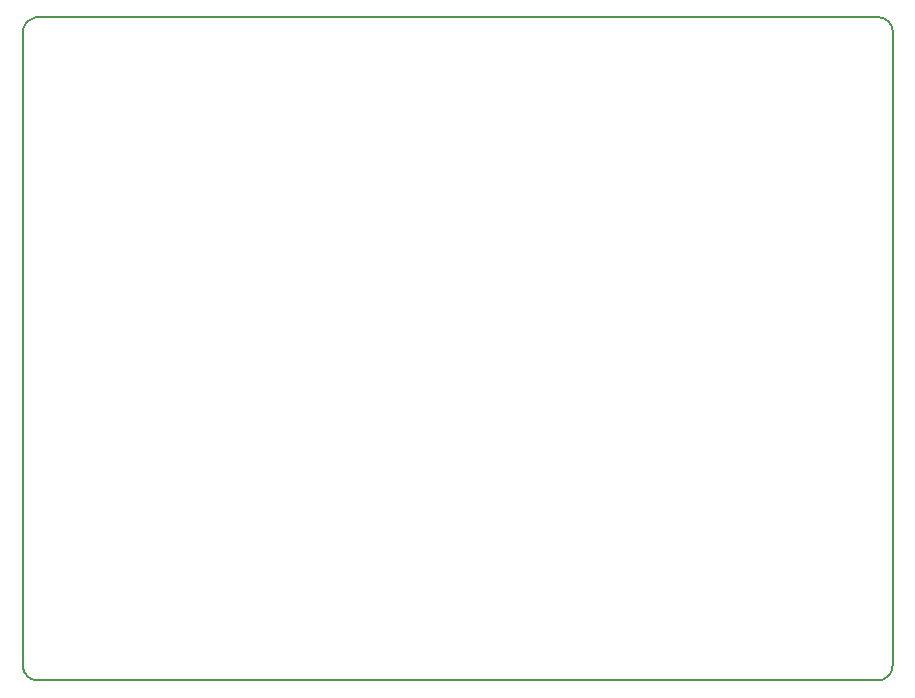
<source format=gbr>
G04 #@! TF.GenerationSoftware,KiCad,Pcbnew,(5.1.2)-1*
G04 #@! TF.CreationDate,2019-08-19T21:36:11+05:30*
G04 #@! TF.ProjectId,SAM21,53414d32-312e-46b6-9963-61645f706362,v1*
G04 #@! TF.SameCoordinates,Original*
G04 #@! TF.FileFunction,Other,User*
%FSLAX46Y46*%
G04 Gerber Fmt 4.6, Leading zero omitted, Abs format (unit mm)*
G04 Created by KiCad (PCBNEW (5.1.2)-1) date 2019-08-19 21:36:11*
%MOMM*%
%LPD*%
G04 APERTURE LIST*
%ADD10C,0.150000*%
G04 APERTURE END LIST*
D10*
X179349400Y-68808600D02*
G75*
G02X180619400Y-70078600I0J-1270000D01*
G01*
X180594000Y-123698000D02*
G75*
G02X179324000Y-124968000I-1270000J0D01*
G01*
X108204000Y-124968000D02*
G75*
G02X106934000Y-123698000I0J1270000D01*
G01*
X106934000Y-69849998D02*
G75*
G02X107950000Y-68834000I1269999J-254001D01*
G01*
X106934000Y-69849998D02*
X106934000Y-123698000D01*
X179425600Y-68808600D02*
X107950000Y-68834000D01*
X180619400Y-123698000D02*
X180619400Y-70104000D01*
X108204000Y-124968000D02*
X179324000Y-124968000D01*
M02*

</source>
